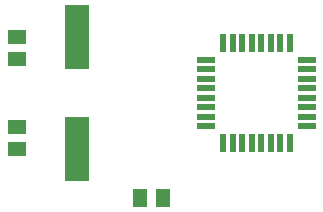
<source format=gbr>
G04 EAGLE Gerber RS-274X export*
G75*
%MOMM*%
%FSLAX34Y34*%
%LPD*%
%INSolderpaste Top*%
%IPPOS*%
%AMOC8*
5,1,8,0,0,1.08239X$1,22.5*%
G01*
%ADD10R,1.300000X1.500000*%
%ADD11R,1.500000X1.300000*%
%ADD12R,1.500000X0.600000*%
%ADD13R,0.600000X1.500000*%
%ADD14R,2.000000X5.500000*%


D10*
X187300Y88900D03*
X168300Y88900D03*
D11*
X63500Y225400D03*
X63500Y206400D03*
X63500Y130200D03*
X63500Y149200D03*
D12*
X224200Y205800D03*
X224200Y197800D03*
X224200Y189800D03*
X224200Y181800D03*
X224200Y173800D03*
X224200Y165800D03*
X224200Y157800D03*
X224200Y149800D03*
D13*
X238700Y135300D03*
X246700Y135300D03*
X254700Y135300D03*
X262700Y135300D03*
X270700Y135300D03*
X278700Y135300D03*
X286700Y135300D03*
X294700Y135300D03*
D12*
X309200Y149800D03*
X309200Y157800D03*
X309200Y165800D03*
X309200Y173800D03*
X309200Y181800D03*
X309200Y189800D03*
X309200Y197800D03*
X309200Y205800D03*
D13*
X294700Y220300D03*
X286700Y220300D03*
X278700Y220300D03*
X270700Y220300D03*
X262700Y220300D03*
X254700Y220300D03*
X246700Y220300D03*
X238700Y220300D03*
D14*
X114300Y225300D03*
X114300Y130300D03*
M02*

</source>
